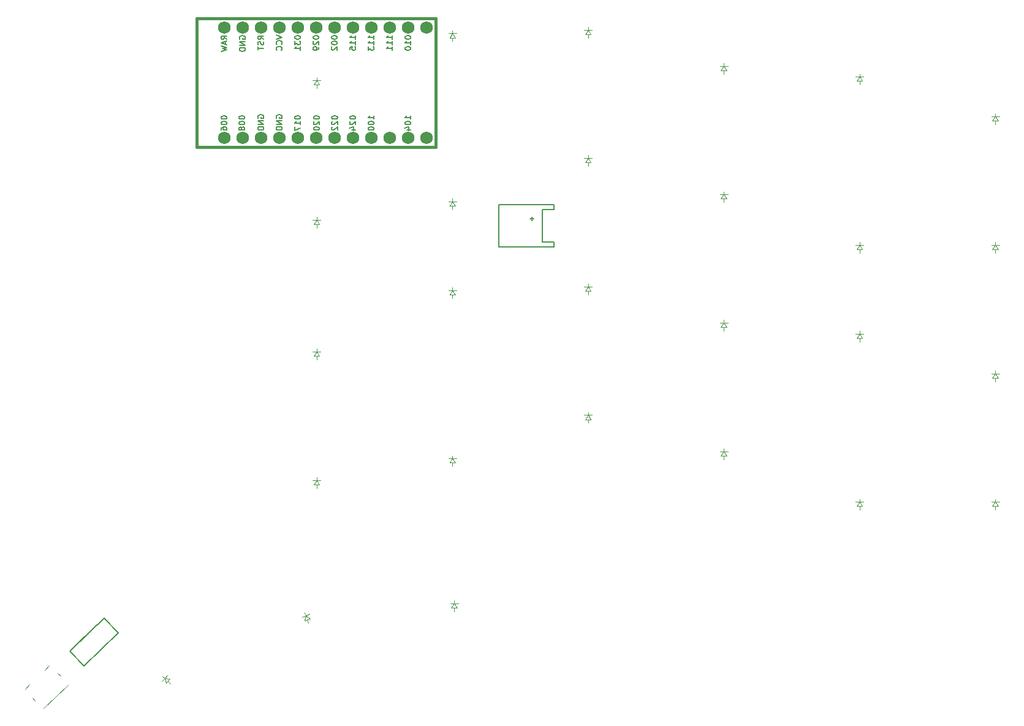
<source format=gbr>
%TF.GenerationSoftware,KiCad,Pcbnew,8.0.7*%
%TF.CreationDate,2024-12-27T12:50:11-06:00*%
%TF.ProjectId,right,72696768-742e-46b6-9963-61645f706362,v1.0.0*%
%TF.SameCoordinates,Original*%
%TF.FileFunction,Legend,Bot*%
%TF.FilePolarity,Positive*%
%FSLAX46Y46*%
G04 Gerber Fmt 4.6, Leading zero omitted, Abs format (unit mm)*
G04 Created by KiCad (PCBNEW 8.0.7) date 2024-12-27 12:50:11*
%MOMM*%
%LPD*%
G01*
G04 APERTURE LIST*
%ADD10C,0.150000*%
%ADD11C,0.100000*%
%ADD12C,0.381000*%
%ADD13C,0.120000*%
%ADD14C,1.752600*%
G04 APERTURE END LIST*
D10*
X309462295Y-100253856D02*
X309462295Y-99796713D01*
X309462295Y-100025285D02*
X308662295Y-100025285D01*
X308662295Y-100025285D02*
X308776580Y-99949094D01*
X308776580Y-99949094D02*
X308852771Y-99872904D01*
X308852771Y-99872904D02*
X308890866Y-99796713D01*
X308662295Y-100749095D02*
X308662295Y-100825285D01*
X308662295Y-100825285D02*
X308700390Y-100901476D01*
X308700390Y-100901476D02*
X308738485Y-100939571D01*
X308738485Y-100939571D02*
X308814676Y-100977666D01*
X308814676Y-100977666D02*
X308967057Y-101015761D01*
X308967057Y-101015761D02*
X309157533Y-101015761D01*
X309157533Y-101015761D02*
X309309914Y-100977666D01*
X309309914Y-100977666D02*
X309386104Y-100939571D01*
X309386104Y-100939571D02*
X309424200Y-100901476D01*
X309424200Y-100901476D02*
X309462295Y-100825285D01*
X309462295Y-100825285D02*
X309462295Y-100749095D01*
X309462295Y-100749095D02*
X309424200Y-100672904D01*
X309424200Y-100672904D02*
X309386104Y-100634809D01*
X309386104Y-100634809D02*
X309309914Y-100596714D01*
X309309914Y-100596714D02*
X309157533Y-100558618D01*
X309157533Y-100558618D02*
X308967057Y-100558618D01*
X308967057Y-100558618D02*
X308814676Y-100596714D01*
X308814676Y-100596714D02*
X308738485Y-100634809D01*
X308738485Y-100634809D02*
X308700390Y-100672904D01*
X308700390Y-100672904D02*
X308662295Y-100749095D01*
X308662295Y-101511000D02*
X308662295Y-101587190D01*
X308662295Y-101587190D02*
X308700390Y-101663381D01*
X308700390Y-101663381D02*
X308738485Y-101701476D01*
X308738485Y-101701476D02*
X308814676Y-101739571D01*
X308814676Y-101739571D02*
X308967057Y-101777666D01*
X308967057Y-101777666D02*
X309157533Y-101777666D01*
X309157533Y-101777666D02*
X309309914Y-101739571D01*
X309309914Y-101739571D02*
X309386104Y-101701476D01*
X309386104Y-101701476D02*
X309424200Y-101663381D01*
X309424200Y-101663381D02*
X309462295Y-101587190D01*
X309462295Y-101587190D02*
X309462295Y-101511000D01*
X309462295Y-101511000D02*
X309424200Y-101434809D01*
X309424200Y-101434809D02*
X309386104Y-101396714D01*
X309386104Y-101396714D02*
X309309914Y-101358619D01*
X309309914Y-101358619D02*
X309157533Y-101320523D01*
X309157533Y-101320523D02*
X308967057Y-101320523D01*
X308967057Y-101320523D02*
X308814676Y-101358619D01*
X308814676Y-101358619D02*
X308738485Y-101396714D01*
X308738485Y-101396714D02*
X308700390Y-101434809D01*
X308700390Y-101434809D02*
X308662295Y-101511000D01*
X314542295Y-100253856D02*
X314542295Y-99796713D01*
X314542295Y-100025285D02*
X313742295Y-100025285D01*
X313742295Y-100025285D02*
X313856580Y-99949094D01*
X313856580Y-99949094D02*
X313932771Y-99872904D01*
X313932771Y-99872904D02*
X313970866Y-99796713D01*
X313742295Y-100749095D02*
X313742295Y-100825285D01*
X313742295Y-100825285D02*
X313780390Y-100901476D01*
X313780390Y-100901476D02*
X313818485Y-100939571D01*
X313818485Y-100939571D02*
X313894676Y-100977666D01*
X313894676Y-100977666D02*
X314047057Y-101015761D01*
X314047057Y-101015761D02*
X314237533Y-101015761D01*
X314237533Y-101015761D02*
X314389914Y-100977666D01*
X314389914Y-100977666D02*
X314466104Y-100939571D01*
X314466104Y-100939571D02*
X314504200Y-100901476D01*
X314504200Y-100901476D02*
X314542295Y-100825285D01*
X314542295Y-100825285D02*
X314542295Y-100749095D01*
X314542295Y-100749095D02*
X314504200Y-100672904D01*
X314504200Y-100672904D02*
X314466104Y-100634809D01*
X314466104Y-100634809D02*
X314389914Y-100596714D01*
X314389914Y-100596714D02*
X314237533Y-100558618D01*
X314237533Y-100558618D02*
X314047057Y-100558618D01*
X314047057Y-100558618D02*
X313894676Y-100596714D01*
X313894676Y-100596714D02*
X313818485Y-100634809D01*
X313818485Y-100634809D02*
X313780390Y-100672904D01*
X313780390Y-100672904D02*
X313742295Y-100749095D01*
X314008961Y-101701476D02*
X314542295Y-101701476D01*
X313704200Y-101511000D02*
X314275628Y-101320523D01*
X314275628Y-101320523D02*
X314275628Y-101815762D01*
X288342295Y-99987190D02*
X288342295Y-100063380D01*
X288342295Y-100063380D02*
X288380390Y-100139571D01*
X288380390Y-100139571D02*
X288418485Y-100177666D01*
X288418485Y-100177666D02*
X288494676Y-100215761D01*
X288494676Y-100215761D02*
X288647057Y-100253856D01*
X288647057Y-100253856D02*
X288837533Y-100253856D01*
X288837533Y-100253856D02*
X288989914Y-100215761D01*
X288989914Y-100215761D02*
X289066104Y-100177666D01*
X289066104Y-100177666D02*
X289104200Y-100139571D01*
X289104200Y-100139571D02*
X289142295Y-100063380D01*
X289142295Y-100063380D02*
X289142295Y-99987190D01*
X289142295Y-99987190D02*
X289104200Y-99910999D01*
X289104200Y-99910999D02*
X289066104Y-99872904D01*
X289066104Y-99872904D02*
X288989914Y-99834809D01*
X288989914Y-99834809D02*
X288837533Y-99796713D01*
X288837533Y-99796713D02*
X288647057Y-99796713D01*
X288647057Y-99796713D02*
X288494676Y-99834809D01*
X288494676Y-99834809D02*
X288418485Y-99872904D01*
X288418485Y-99872904D02*
X288380390Y-99910999D01*
X288380390Y-99910999D02*
X288342295Y-99987190D01*
X288342295Y-100749095D02*
X288342295Y-100825285D01*
X288342295Y-100825285D02*
X288380390Y-100901476D01*
X288380390Y-100901476D02*
X288418485Y-100939571D01*
X288418485Y-100939571D02*
X288494676Y-100977666D01*
X288494676Y-100977666D02*
X288647057Y-101015761D01*
X288647057Y-101015761D02*
X288837533Y-101015761D01*
X288837533Y-101015761D02*
X288989914Y-100977666D01*
X288989914Y-100977666D02*
X289066104Y-100939571D01*
X289066104Y-100939571D02*
X289104200Y-100901476D01*
X289104200Y-100901476D02*
X289142295Y-100825285D01*
X289142295Y-100825285D02*
X289142295Y-100749095D01*
X289142295Y-100749095D02*
X289104200Y-100672904D01*
X289104200Y-100672904D02*
X289066104Y-100634809D01*
X289066104Y-100634809D02*
X288989914Y-100596714D01*
X288989914Y-100596714D02*
X288837533Y-100558618D01*
X288837533Y-100558618D02*
X288647057Y-100558618D01*
X288647057Y-100558618D02*
X288494676Y-100596714D01*
X288494676Y-100596714D02*
X288418485Y-100634809D01*
X288418485Y-100634809D02*
X288380390Y-100672904D01*
X288380390Y-100672904D02*
X288342295Y-100749095D01*
X288342295Y-101701476D02*
X288342295Y-101549095D01*
X288342295Y-101549095D02*
X288380390Y-101472904D01*
X288380390Y-101472904D02*
X288418485Y-101434809D01*
X288418485Y-101434809D02*
X288532771Y-101358619D01*
X288532771Y-101358619D02*
X288685152Y-101320523D01*
X288685152Y-101320523D02*
X288989914Y-101320523D01*
X288989914Y-101320523D02*
X289066104Y-101358619D01*
X289066104Y-101358619D02*
X289104200Y-101396714D01*
X289104200Y-101396714D02*
X289142295Y-101472904D01*
X289142295Y-101472904D02*
X289142295Y-101625285D01*
X289142295Y-101625285D02*
X289104200Y-101701476D01*
X289104200Y-101701476D02*
X289066104Y-101739571D01*
X289066104Y-101739571D02*
X288989914Y-101777666D01*
X288989914Y-101777666D02*
X288799438Y-101777666D01*
X288799438Y-101777666D02*
X288723247Y-101739571D01*
X288723247Y-101739571D02*
X288685152Y-101701476D01*
X288685152Y-101701476D02*
X288647057Y-101625285D01*
X288647057Y-101625285D02*
X288647057Y-101472904D01*
X288647057Y-101472904D02*
X288685152Y-101396714D01*
X288685152Y-101396714D02*
X288723247Y-101358619D01*
X288723247Y-101358619D02*
X288799438Y-101320523D01*
X312002295Y-89179475D02*
X312002295Y-88722332D01*
X312002295Y-88950904D02*
X311202295Y-88950904D01*
X311202295Y-88950904D02*
X311316580Y-88874713D01*
X311316580Y-88874713D02*
X311392771Y-88798523D01*
X311392771Y-88798523D02*
X311430866Y-88722332D01*
X312002295Y-89941380D02*
X312002295Y-89484237D01*
X312002295Y-89712809D02*
X311202295Y-89712809D01*
X311202295Y-89712809D02*
X311316580Y-89636618D01*
X311316580Y-89636618D02*
X311392771Y-89560428D01*
X311392771Y-89560428D02*
X311430866Y-89484237D01*
X312002295Y-90703285D02*
X312002295Y-90246142D01*
X312002295Y-90474714D02*
X311202295Y-90474714D01*
X311202295Y-90474714D02*
X311316580Y-90398523D01*
X311316580Y-90398523D02*
X311392771Y-90322333D01*
X311392771Y-90322333D02*
X311430866Y-90246142D01*
X296000390Y-100101476D02*
X295962295Y-100025286D01*
X295962295Y-100025286D02*
X295962295Y-99911000D01*
X295962295Y-99911000D02*
X296000390Y-99796714D01*
X296000390Y-99796714D02*
X296076580Y-99720524D01*
X296076580Y-99720524D02*
X296152771Y-99682429D01*
X296152771Y-99682429D02*
X296305152Y-99644333D01*
X296305152Y-99644333D02*
X296419438Y-99644333D01*
X296419438Y-99644333D02*
X296571819Y-99682429D01*
X296571819Y-99682429D02*
X296648009Y-99720524D01*
X296648009Y-99720524D02*
X296724200Y-99796714D01*
X296724200Y-99796714D02*
X296762295Y-99911000D01*
X296762295Y-99911000D02*
X296762295Y-99987191D01*
X296762295Y-99987191D02*
X296724200Y-100101476D01*
X296724200Y-100101476D02*
X296686104Y-100139572D01*
X296686104Y-100139572D02*
X296419438Y-100139572D01*
X296419438Y-100139572D02*
X296419438Y-99987191D01*
X296762295Y-100482429D02*
X295962295Y-100482429D01*
X295962295Y-100482429D02*
X296762295Y-100939572D01*
X296762295Y-100939572D02*
X295962295Y-100939572D01*
X296762295Y-101320524D02*
X295962295Y-101320524D01*
X295962295Y-101320524D02*
X295962295Y-101511000D01*
X295962295Y-101511000D02*
X296000390Y-101625286D01*
X296000390Y-101625286D02*
X296076580Y-101701476D01*
X296076580Y-101701476D02*
X296152771Y-101739571D01*
X296152771Y-101739571D02*
X296305152Y-101777667D01*
X296305152Y-101777667D02*
X296419438Y-101777667D01*
X296419438Y-101777667D02*
X296571819Y-101739571D01*
X296571819Y-101739571D02*
X296648009Y-101701476D01*
X296648009Y-101701476D02*
X296724200Y-101625286D01*
X296724200Y-101625286D02*
X296762295Y-101511000D01*
X296762295Y-101511000D02*
X296762295Y-101320524D01*
X290812295Y-99987190D02*
X290812295Y-100063380D01*
X290812295Y-100063380D02*
X290850390Y-100139571D01*
X290850390Y-100139571D02*
X290888485Y-100177666D01*
X290888485Y-100177666D02*
X290964676Y-100215761D01*
X290964676Y-100215761D02*
X291117057Y-100253856D01*
X291117057Y-100253856D02*
X291307533Y-100253856D01*
X291307533Y-100253856D02*
X291459914Y-100215761D01*
X291459914Y-100215761D02*
X291536104Y-100177666D01*
X291536104Y-100177666D02*
X291574200Y-100139571D01*
X291574200Y-100139571D02*
X291612295Y-100063380D01*
X291612295Y-100063380D02*
X291612295Y-99987190D01*
X291612295Y-99987190D02*
X291574200Y-99910999D01*
X291574200Y-99910999D02*
X291536104Y-99872904D01*
X291536104Y-99872904D02*
X291459914Y-99834809D01*
X291459914Y-99834809D02*
X291307533Y-99796713D01*
X291307533Y-99796713D02*
X291117057Y-99796713D01*
X291117057Y-99796713D02*
X290964676Y-99834809D01*
X290964676Y-99834809D02*
X290888485Y-99872904D01*
X290888485Y-99872904D02*
X290850390Y-99910999D01*
X290850390Y-99910999D02*
X290812295Y-99987190D01*
X290812295Y-100749095D02*
X290812295Y-100825285D01*
X290812295Y-100825285D02*
X290850390Y-100901476D01*
X290850390Y-100901476D02*
X290888485Y-100939571D01*
X290888485Y-100939571D02*
X290964676Y-100977666D01*
X290964676Y-100977666D02*
X291117057Y-101015761D01*
X291117057Y-101015761D02*
X291307533Y-101015761D01*
X291307533Y-101015761D02*
X291459914Y-100977666D01*
X291459914Y-100977666D02*
X291536104Y-100939571D01*
X291536104Y-100939571D02*
X291574200Y-100901476D01*
X291574200Y-100901476D02*
X291612295Y-100825285D01*
X291612295Y-100825285D02*
X291612295Y-100749095D01*
X291612295Y-100749095D02*
X291574200Y-100672904D01*
X291574200Y-100672904D02*
X291536104Y-100634809D01*
X291536104Y-100634809D02*
X291459914Y-100596714D01*
X291459914Y-100596714D02*
X291307533Y-100558618D01*
X291307533Y-100558618D02*
X291117057Y-100558618D01*
X291117057Y-100558618D02*
X290964676Y-100596714D01*
X290964676Y-100596714D02*
X290888485Y-100634809D01*
X290888485Y-100634809D02*
X290850390Y-100672904D01*
X290850390Y-100672904D02*
X290812295Y-100749095D01*
X291155152Y-101472904D02*
X291117057Y-101396714D01*
X291117057Y-101396714D02*
X291078961Y-101358619D01*
X291078961Y-101358619D02*
X291002771Y-101320523D01*
X291002771Y-101320523D02*
X290964676Y-101320523D01*
X290964676Y-101320523D02*
X290888485Y-101358619D01*
X290888485Y-101358619D02*
X290850390Y-101396714D01*
X290850390Y-101396714D02*
X290812295Y-101472904D01*
X290812295Y-101472904D02*
X290812295Y-101625285D01*
X290812295Y-101625285D02*
X290850390Y-101701476D01*
X290850390Y-101701476D02*
X290888485Y-101739571D01*
X290888485Y-101739571D02*
X290964676Y-101777666D01*
X290964676Y-101777666D02*
X291002771Y-101777666D01*
X291002771Y-101777666D02*
X291078961Y-101739571D01*
X291078961Y-101739571D02*
X291117057Y-101701476D01*
X291117057Y-101701476D02*
X291155152Y-101625285D01*
X291155152Y-101625285D02*
X291155152Y-101472904D01*
X291155152Y-101472904D02*
X291193247Y-101396714D01*
X291193247Y-101396714D02*
X291231342Y-101358619D01*
X291231342Y-101358619D02*
X291307533Y-101320523D01*
X291307533Y-101320523D02*
X291459914Y-101320523D01*
X291459914Y-101320523D02*
X291536104Y-101358619D01*
X291536104Y-101358619D02*
X291574200Y-101396714D01*
X291574200Y-101396714D02*
X291612295Y-101472904D01*
X291612295Y-101472904D02*
X291612295Y-101625285D01*
X291612295Y-101625285D02*
X291574200Y-101701476D01*
X291574200Y-101701476D02*
X291536104Y-101739571D01*
X291536104Y-101739571D02*
X291459914Y-101777666D01*
X291459914Y-101777666D02*
X291307533Y-101777666D01*
X291307533Y-101777666D02*
X291231342Y-101739571D01*
X291231342Y-101739571D02*
X291193247Y-101701476D01*
X291193247Y-101701476D02*
X291155152Y-101625285D01*
X303582295Y-88912809D02*
X303582295Y-88988999D01*
X303582295Y-88988999D02*
X303620390Y-89065190D01*
X303620390Y-89065190D02*
X303658485Y-89103285D01*
X303658485Y-89103285D02*
X303734676Y-89141380D01*
X303734676Y-89141380D02*
X303887057Y-89179475D01*
X303887057Y-89179475D02*
X304077533Y-89179475D01*
X304077533Y-89179475D02*
X304229914Y-89141380D01*
X304229914Y-89141380D02*
X304306104Y-89103285D01*
X304306104Y-89103285D02*
X304344200Y-89065190D01*
X304344200Y-89065190D02*
X304382295Y-88988999D01*
X304382295Y-88988999D02*
X304382295Y-88912809D01*
X304382295Y-88912809D02*
X304344200Y-88836618D01*
X304344200Y-88836618D02*
X304306104Y-88798523D01*
X304306104Y-88798523D02*
X304229914Y-88760428D01*
X304229914Y-88760428D02*
X304077533Y-88722332D01*
X304077533Y-88722332D02*
X303887057Y-88722332D01*
X303887057Y-88722332D02*
X303734676Y-88760428D01*
X303734676Y-88760428D02*
X303658485Y-88798523D01*
X303658485Y-88798523D02*
X303620390Y-88836618D01*
X303620390Y-88836618D02*
X303582295Y-88912809D01*
X303582295Y-89674714D02*
X303582295Y-89750904D01*
X303582295Y-89750904D02*
X303620390Y-89827095D01*
X303620390Y-89827095D02*
X303658485Y-89865190D01*
X303658485Y-89865190D02*
X303734676Y-89903285D01*
X303734676Y-89903285D02*
X303887057Y-89941380D01*
X303887057Y-89941380D02*
X304077533Y-89941380D01*
X304077533Y-89941380D02*
X304229914Y-89903285D01*
X304229914Y-89903285D02*
X304306104Y-89865190D01*
X304306104Y-89865190D02*
X304344200Y-89827095D01*
X304344200Y-89827095D02*
X304382295Y-89750904D01*
X304382295Y-89750904D02*
X304382295Y-89674714D01*
X304382295Y-89674714D02*
X304344200Y-89598523D01*
X304344200Y-89598523D02*
X304306104Y-89560428D01*
X304306104Y-89560428D02*
X304229914Y-89522333D01*
X304229914Y-89522333D02*
X304077533Y-89484237D01*
X304077533Y-89484237D02*
X303887057Y-89484237D01*
X303887057Y-89484237D02*
X303734676Y-89522333D01*
X303734676Y-89522333D02*
X303658485Y-89560428D01*
X303658485Y-89560428D02*
X303620390Y-89598523D01*
X303620390Y-89598523D02*
X303582295Y-89674714D01*
X303658485Y-90246142D02*
X303620390Y-90284238D01*
X303620390Y-90284238D02*
X303582295Y-90360428D01*
X303582295Y-90360428D02*
X303582295Y-90550904D01*
X303582295Y-90550904D02*
X303620390Y-90627095D01*
X303620390Y-90627095D02*
X303658485Y-90665190D01*
X303658485Y-90665190D02*
X303734676Y-90703285D01*
X303734676Y-90703285D02*
X303810866Y-90703285D01*
X303810866Y-90703285D02*
X303925152Y-90665190D01*
X303925152Y-90665190D02*
X304382295Y-90208047D01*
X304382295Y-90208047D02*
X304382295Y-90703285D01*
X289142295Y-89223904D02*
X288761342Y-88957237D01*
X289142295Y-88766761D02*
X288342295Y-88766761D01*
X288342295Y-88766761D02*
X288342295Y-89071523D01*
X288342295Y-89071523D02*
X288380390Y-89147713D01*
X288380390Y-89147713D02*
X288418485Y-89185808D01*
X288418485Y-89185808D02*
X288494676Y-89223904D01*
X288494676Y-89223904D02*
X288608961Y-89223904D01*
X288608961Y-89223904D02*
X288685152Y-89185808D01*
X288685152Y-89185808D02*
X288723247Y-89147713D01*
X288723247Y-89147713D02*
X288761342Y-89071523D01*
X288761342Y-89071523D02*
X288761342Y-88766761D01*
X288913723Y-89528665D02*
X288913723Y-89909618D01*
X289142295Y-89452475D02*
X288342295Y-89719142D01*
X288342295Y-89719142D02*
X289142295Y-89985808D01*
X288342295Y-90176284D02*
X289142295Y-90366760D01*
X289142295Y-90366760D02*
X288570866Y-90519141D01*
X288570866Y-90519141D02*
X289142295Y-90671522D01*
X289142295Y-90671522D02*
X288342295Y-90861999D01*
X294222295Y-89223905D02*
X293841342Y-88957238D01*
X294222295Y-88766762D02*
X293422295Y-88766762D01*
X293422295Y-88766762D02*
X293422295Y-89071524D01*
X293422295Y-89071524D02*
X293460390Y-89147714D01*
X293460390Y-89147714D02*
X293498485Y-89185809D01*
X293498485Y-89185809D02*
X293574676Y-89223905D01*
X293574676Y-89223905D02*
X293688961Y-89223905D01*
X293688961Y-89223905D02*
X293765152Y-89185809D01*
X293765152Y-89185809D02*
X293803247Y-89147714D01*
X293803247Y-89147714D02*
X293841342Y-89071524D01*
X293841342Y-89071524D02*
X293841342Y-88766762D01*
X294184200Y-89528666D02*
X294222295Y-89642952D01*
X294222295Y-89642952D02*
X294222295Y-89833428D01*
X294222295Y-89833428D02*
X294184200Y-89909619D01*
X294184200Y-89909619D02*
X294146104Y-89947714D01*
X294146104Y-89947714D02*
X294069914Y-89985809D01*
X294069914Y-89985809D02*
X293993723Y-89985809D01*
X293993723Y-89985809D02*
X293917533Y-89947714D01*
X293917533Y-89947714D02*
X293879438Y-89909619D01*
X293879438Y-89909619D02*
X293841342Y-89833428D01*
X293841342Y-89833428D02*
X293803247Y-89681047D01*
X293803247Y-89681047D02*
X293765152Y-89604857D01*
X293765152Y-89604857D02*
X293727057Y-89566762D01*
X293727057Y-89566762D02*
X293650866Y-89528666D01*
X293650866Y-89528666D02*
X293574676Y-89528666D01*
X293574676Y-89528666D02*
X293498485Y-89566762D01*
X293498485Y-89566762D02*
X293460390Y-89604857D01*
X293460390Y-89604857D02*
X293422295Y-89681047D01*
X293422295Y-89681047D02*
X293422295Y-89871524D01*
X293422295Y-89871524D02*
X293460390Y-89985809D01*
X293422295Y-90214381D02*
X293422295Y-90671524D01*
X294222295Y-90442952D02*
X293422295Y-90442952D01*
X309462295Y-89179475D02*
X309462295Y-88722332D01*
X309462295Y-88950904D02*
X308662295Y-88950904D01*
X308662295Y-88950904D02*
X308776580Y-88874713D01*
X308776580Y-88874713D02*
X308852771Y-88798523D01*
X308852771Y-88798523D02*
X308890866Y-88722332D01*
X309462295Y-89941380D02*
X309462295Y-89484237D01*
X309462295Y-89712809D02*
X308662295Y-89712809D01*
X308662295Y-89712809D02*
X308776580Y-89636618D01*
X308776580Y-89636618D02*
X308852771Y-89560428D01*
X308852771Y-89560428D02*
X308890866Y-89484237D01*
X308662295Y-90208047D02*
X308662295Y-90703285D01*
X308662295Y-90703285D02*
X308967057Y-90436619D01*
X308967057Y-90436619D02*
X308967057Y-90550904D01*
X308967057Y-90550904D02*
X309005152Y-90627095D01*
X309005152Y-90627095D02*
X309043247Y-90665190D01*
X309043247Y-90665190D02*
X309119438Y-90703285D01*
X309119438Y-90703285D02*
X309309914Y-90703285D01*
X309309914Y-90703285D02*
X309386104Y-90665190D01*
X309386104Y-90665190D02*
X309424200Y-90627095D01*
X309424200Y-90627095D02*
X309462295Y-90550904D01*
X309462295Y-90550904D02*
X309462295Y-90322333D01*
X309462295Y-90322333D02*
X309424200Y-90246142D01*
X309424200Y-90246142D02*
X309386104Y-90208047D01*
X298502295Y-88912809D02*
X298502295Y-88988999D01*
X298502295Y-88988999D02*
X298540390Y-89065190D01*
X298540390Y-89065190D02*
X298578485Y-89103285D01*
X298578485Y-89103285D02*
X298654676Y-89141380D01*
X298654676Y-89141380D02*
X298807057Y-89179475D01*
X298807057Y-89179475D02*
X298997533Y-89179475D01*
X298997533Y-89179475D02*
X299149914Y-89141380D01*
X299149914Y-89141380D02*
X299226104Y-89103285D01*
X299226104Y-89103285D02*
X299264200Y-89065190D01*
X299264200Y-89065190D02*
X299302295Y-88988999D01*
X299302295Y-88988999D02*
X299302295Y-88912809D01*
X299302295Y-88912809D02*
X299264200Y-88836618D01*
X299264200Y-88836618D02*
X299226104Y-88798523D01*
X299226104Y-88798523D02*
X299149914Y-88760428D01*
X299149914Y-88760428D02*
X298997533Y-88722332D01*
X298997533Y-88722332D02*
X298807057Y-88722332D01*
X298807057Y-88722332D02*
X298654676Y-88760428D01*
X298654676Y-88760428D02*
X298578485Y-88798523D01*
X298578485Y-88798523D02*
X298540390Y-88836618D01*
X298540390Y-88836618D02*
X298502295Y-88912809D01*
X298502295Y-89446142D02*
X298502295Y-89941380D01*
X298502295Y-89941380D02*
X298807057Y-89674714D01*
X298807057Y-89674714D02*
X298807057Y-89788999D01*
X298807057Y-89788999D02*
X298845152Y-89865190D01*
X298845152Y-89865190D02*
X298883247Y-89903285D01*
X298883247Y-89903285D02*
X298959438Y-89941380D01*
X298959438Y-89941380D02*
X299149914Y-89941380D01*
X299149914Y-89941380D02*
X299226104Y-89903285D01*
X299226104Y-89903285D02*
X299264200Y-89865190D01*
X299264200Y-89865190D02*
X299302295Y-89788999D01*
X299302295Y-89788999D02*
X299302295Y-89560428D01*
X299302295Y-89560428D02*
X299264200Y-89484237D01*
X299264200Y-89484237D02*
X299226104Y-89446142D01*
X299302295Y-90703285D02*
X299302295Y-90246142D01*
X299302295Y-90474714D02*
X298502295Y-90474714D01*
X298502295Y-90474714D02*
X298616580Y-90398523D01*
X298616580Y-90398523D02*
X298692771Y-90322333D01*
X298692771Y-90322333D02*
X298730866Y-90246142D01*
X301112295Y-99987190D02*
X301112295Y-100063380D01*
X301112295Y-100063380D02*
X301150390Y-100139571D01*
X301150390Y-100139571D02*
X301188485Y-100177666D01*
X301188485Y-100177666D02*
X301264676Y-100215761D01*
X301264676Y-100215761D02*
X301417057Y-100253856D01*
X301417057Y-100253856D02*
X301607533Y-100253856D01*
X301607533Y-100253856D02*
X301759914Y-100215761D01*
X301759914Y-100215761D02*
X301836104Y-100177666D01*
X301836104Y-100177666D02*
X301874200Y-100139571D01*
X301874200Y-100139571D02*
X301912295Y-100063380D01*
X301912295Y-100063380D02*
X301912295Y-99987190D01*
X301912295Y-99987190D02*
X301874200Y-99910999D01*
X301874200Y-99910999D02*
X301836104Y-99872904D01*
X301836104Y-99872904D02*
X301759914Y-99834809D01*
X301759914Y-99834809D02*
X301607533Y-99796713D01*
X301607533Y-99796713D02*
X301417057Y-99796713D01*
X301417057Y-99796713D02*
X301264676Y-99834809D01*
X301264676Y-99834809D02*
X301188485Y-99872904D01*
X301188485Y-99872904D02*
X301150390Y-99910999D01*
X301150390Y-99910999D02*
X301112295Y-99987190D01*
X301188485Y-100558618D02*
X301150390Y-100596714D01*
X301150390Y-100596714D02*
X301112295Y-100672904D01*
X301112295Y-100672904D02*
X301112295Y-100863380D01*
X301112295Y-100863380D02*
X301150390Y-100939571D01*
X301150390Y-100939571D02*
X301188485Y-100977666D01*
X301188485Y-100977666D02*
X301264676Y-101015761D01*
X301264676Y-101015761D02*
X301340866Y-101015761D01*
X301340866Y-101015761D02*
X301455152Y-100977666D01*
X301455152Y-100977666D02*
X301912295Y-100520523D01*
X301912295Y-100520523D02*
X301912295Y-101015761D01*
X301112295Y-101511000D02*
X301112295Y-101587190D01*
X301112295Y-101587190D02*
X301150390Y-101663381D01*
X301150390Y-101663381D02*
X301188485Y-101701476D01*
X301188485Y-101701476D02*
X301264676Y-101739571D01*
X301264676Y-101739571D02*
X301417057Y-101777666D01*
X301417057Y-101777666D02*
X301607533Y-101777666D01*
X301607533Y-101777666D02*
X301759914Y-101739571D01*
X301759914Y-101739571D02*
X301836104Y-101701476D01*
X301836104Y-101701476D02*
X301874200Y-101663381D01*
X301874200Y-101663381D02*
X301912295Y-101587190D01*
X301912295Y-101587190D02*
X301912295Y-101511000D01*
X301912295Y-101511000D02*
X301874200Y-101434809D01*
X301874200Y-101434809D02*
X301836104Y-101396714D01*
X301836104Y-101396714D02*
X301759914Y-101358619D01*
X301759914Y-101358619D02*
X301607533Y-101320523D01*
X301607533Y-101320523D02*
X301417057Y-101320523D01*
X301417057Y-101320523D02*
X301264676Y-101358619D01*
X301264676Y-101358619D02*
X301188485Y-101396714D01*
X301188485Y-101396714D02*
X301150390Y-101434809D01*
X301150390Y-101434809D02*
X301112295Y-101511000D01*
X301042295Y-88912809D02*
X301042295Y-88988999D01*
X301042295Y-88988999D02*
X301080390Y-89065190D01*
X301080390Y-89065190D02*
X301118485Y-89103285D01*
X301118485Y-89103285D02*
X301194676Y-89141380D01*
X301194676Y-89141380D02*
X301347057Y-89179475D01*
X301347057Y-89179475D02*
X301537533Y-89179475D01*
X301537533Y-89179475D02*
X301689914Y-89141380D01*
X301689914Y-89141380D02*
X301766104Y-89103285D01*
X301766104Y-89103285D02*
X301804200Y-89065190D01*
X301804200Y-89065190D02*
X301842295Y-88988999D01*
X301842295Y-88988999D02*
X301842295Y-88912809D01*
X301842295Y-88912809D02*
X301804200Y-88836618D01*
X301804200Y-88836618D02*
X301766104Y-88798523D01*
X301766104Y-88798523D02*
X301689914Y-88760428D01*
X301689914Y-88760428D02*
X301537533Y-88722332D01*
X301537533Y-88722332D02*
X301347057Y-88722332D01*
X301347057Y-88722332D02*
X301194676Y-88760428D01*
X301194676Y-88760428D02*
X301118485Y-88798523D01*
X301118485Y-88798523D02*
X301080390Y-88836618D01*
X301080390Y-88836618D02*
X301042295Y-88912809D01*
X301118485Y-89484237D02*
X301080390Y-89522333D01*
X301080390Y-89522333D02*
X301042295Y-89598523D01*
X301042295Y-89598523D02*
X301042295Y-89788999D01*
X301042295Y-89788999D02*
X301080390Y-89865190D01*
X301080390Y-89865190D02*
X301118485Y-89903285D01*
X301118485Y-89903285D02*
X301194676Y-89941380D01*
X301194676Y-89941380D02*
X301270866Y-89941380D01*
X301270866Y-89941380D02*
X301385152Y-89903285D01*
X301385152Y-89903285D02*
X301842295Y-89446142D01*
X301842295Y-89446142D02*
X301842295Y-89941380D01*
X301842295Y-90322333D02*
X301842295Y-90474714D01*
X301842295Y-90474714D02*
X301804200Y-90550904D01*
X301804200Y-90550904D02*
X301766104Y-90589000D01*
X301766104Y-90589000D02*
X301651819Y-90665190D01*
X301651819Y-90665190D02*
X301499438Y-90703285D01*
X301499438Y-90703285D02*
X301194676Y-90703285D01*
X301194676Y-90703285D02*
X301118485Y-90665190D01*
X301118485Y-90665190D02*
X301080390Y-90627095D01*
X301080390Y-90627095D02*
X301042295Y-90550904D01*
X301042295Y-90550904D02*
X301042295Y-90398523D01*
X301042295Y-90398523D02*
X301080390Y-90322333D01*
X301080390Y-90322333D02*
X301118485Y-90284238D01*
X301118485Y-90284238D02*
X301194676Y-90246142D01*
X301194676Y-90246142D02*
X301385152Y-90246142D01*
X301385152Y-90246142D02*
X301461342Y-90284238D01*
X301461342Y-90284238D02*
X301499438Y-90322333D01*
X301499438Y-90322333D02*
X301537533Y-90398523D01*
X301537533Y-90398523D02*
X301537533Y-90550904D01*
X301537533Y-90550904D02*
X301499438Y-90627095D01*
X301499438Y-90627095D02*
X301461342Y-90665190D01*
X301461342Y-90665190D02*
X301385152Y-90703285D01*
X303612295Y-99987190D02*
X303612295Y-100063380D01*
X303612295Y-100063380D02*
X303650390Y-100139571D01*
X303650390Y-100139571D02*
X303688485Y-100177666D01*
X303688485Y-100177666D02*
X303764676Y-100215761D01*
X303764676Y-100215761D02*
X303917057Y-100253856D01*
X303917057Y-100253856D02*
X304107533Y-100253856D01*
X304107533Y-100253856D02*
X304259914Y-100215761D01*
X304259914Y-100215761D02*
X304336104Y-100177666D01*
X304336104Y-100177666D02*
X304374200Y-100139571D01*
X304374200Y-100139571D02*
X304412295Y-100063380D01*
X304412295Y-100063380D02*
X304412295Y-99987190D01*
X304412295Y-99987190D02*
X304374200Y-99910999D01*
X304374200Y-99910999D02*
X304336104Y-99872904D01*
X304336104Y-99872904D02*
X304259914Y-99834809D01*
X304259914Y-99834809D02*
X304107533Y-99796713D01*
X304107533Y-99796713D02*
X303917057Y-99796713D01*
X303917057Y-99796713D02*
X303764676Y-99834809D01*
X303764676Y-99834809D02*
X303688485Y-99872904D01*
X303688485Y-99872904D02*
X303650390Y-99910999D01*
X303650390Y-99910999D02*
X303612295Y-99987190D01*
X303688485Y-100558618D02*
X303650390Y-100596714D01*
X303650390Y-100596714D02*
X303612295Y-100672904D01*
X303612295Y-100672904D02*
X303612295Y-100863380D01*
X303612295Y-100863380D02*
X303650390Y-100939571D01*
X303650390Y-100939571D02*
X303688485Y-100977666D01*
X303688485Y-100977666D02*
X303764676Y-101015761D01*
X303764676Y-101015761D02*
X303840866Y-101015761D01*
X303840866Y-101015761D02*
X303955152Y-100977666D01*
X303955152Y-100977666D02*
X304412295Y-100520523D01*
X304412295Y-100520523D02*
X304412295Y-101015761D01*
X303688485Y-101320523D02*
X303650390Y-101358619D01*
X303650390Y-101358619D02*
X303612295Y-101434809D01*
X303612295Y-101434809D02*
X303612295Y-101625285D01*
X303612295Y-101625285D02*
X303650390Y-101701476D01*
X303650390Y-101701476D02*
X303688485Y-101739571D01*
X303688485Y-101739571D02*
X303764676Y-101777666D01*
X303764676Y-101777666D02*
X303840866Y-101777666D01*
X303840866Y-101777666D02*
X303955152Y-101739571D01*
X303955152Y-101739571D02*
X304412295Y-101282428D01*
X304412295Y-101282428D02*
X304412295Y-101777666D01*
X313742295Y-88912809D02*
X313742295Y-88988999D01*
X313742295Y-88988999D02*
X313780390Y-89065190D01*
X313780390Y-89065190D02*
X313818485Y-89103285D01*
X313818485Y-89103285D02*
X313894676Y-89141380D01*
X313894676Y-89141380D02*
X314047057Y-89179475D01*
X314047057Y-89179475D02*
X314237533Y-89179475D01*
X314237533Y-89179475D02*
X314389914Y-89141380D01*
X314389914Y-89141380D02*
X314466104Y-89103285D01*
X314466104Y-89103285D02*
X314504200Y-89065190D01*
X314504200Y-89065190D02*
X314542295Y-88988999D01*
X314542295Y-88988999D02*
X314542295Y-88912809D01*
X314542295Y-88912809D02*
X314504200Y-88836618D01*
X314504200Y-88836618D02*
X314466104Y-88798523D01*
X314466104Y-88798523D02*
X314389914Y-88760428D01*
X314389914Y-88760428D02*
X314237533Y-88722332D01*
X314237533Y-88722332D02*
X314047057Y-88722332D01*
X314047057Y-88722332D02*
X313894676Y-88760428D01*
X313894676Y-88760428D02*
X313818485Y-88798523D01*
X313818485Y-88798523D02*
X313780390Y-88836618D01*
X313780390Y-88836618D02*
X313742295Y-88912809D01*
X314542295Y-89941380D02*
X314542295Y-89484237D01*
X314542295Y-89712809D02*
X313742295Y-89712809D01*
X313742295Y-89712809D02*
X313856580Y-89636618D01*
X313856580Y-89636618D02*
X313932771Y-89560428D01*
X313932771Y-89560428D02*
X313970866Y-89484237D01*
X313742295Y-90436619D02*
X313742295Y-90512809D01*
X313742295Y-90512809D02*
X313780390Y-90589000D01*
X313780390Y-90589000D02*
X313818485Y-90627095D01*
X313818485Y-90627095D02*
X313894676Y-90665190D01*
X313894676Y-90665190D02*
X314047057Y-90703285D01*
X314047057Y-90703285D02*
X314237533Y-90703285D01*
X314237533Y-90703285D02*
X314389914Y-90665190D01*
X314389914Y-90665190D02*
X314466104Y-90627095D01*
X314466104Y-90627095D02*
X314504200Y-90589000D01*
X314504200Y-90589000D02*
X314542295Y-90512809D01*
X314542295Y-90512809D02*
X314542295Y-90436619D01*
X314542295Y-90436619D02*
X314504200Y-90360428D01*
X314504200Y-90360428D02*
X314466104Y-90322333D01*
X314466104Y-90322333D02*
X314389914Y-90284238D01*
X314389914Y-90284238D02*
X314237533Y-90246142D01*
X314237533Y-90246142D02*
X314047057Y-90246142D01*
X314047057Y-90246142D02*
X313894676Y-90284238D01*
X313894676Y-90284238D02*
X313818485Y-90322333D01*
X313818485Y-90322333D02*
X313780390Y-90360428D01*
X313780390Y-90360428D02*
X313742295Y-90436619D01*
X306122295Y-99987190D02*
X306122295Y-100063380D01*
X306122295Y-100063380D02*
X306160390Y-100139571D01*
X306160390Y-100139571D02*
X306198485Y-100177666D01*
X306198485Y-100177666D02*
X306274676Y-100215761D01*
X306274676Y-100215761D02*
X306427057Y-100253856D01*
X306427057Y-100253856D02*
X306617533Y-100253856D01*
X306617533Y-100253856D02*
X306769914Y-100215761D01*
X306769914Y-100215761D02*
X306846104Y-100177666D01*
X306846104Y-100177666D02*
X306884200Y-100139571D01*
X306884200Y-100139571D02*
X306922295Y-100063380D01*
X306922295Y-100063380D02*
X306922295Y-99987190D01*
X306922295Y-99987190D02*
X306884200Y-99910999D01*
X306884200Y-99910999D02*
X306846104Y-99872904D01*
X306846104Y-99872904D02*
X306769914Y-99834809D01*
X306769914Y-99834809D02*
X306617533Y-99796713D01*
X306617533Y-99796713D02*
X306427057Y-99796713D01*
X306427057Y-99796713D02*
X306274676Y-99834809D01*
X306274676Y-99834809D02*
X306198485Y-99872904D01*
X306198485Y-99872904D02*
X306160390Y-99910999D01*
X306160390Y-99910999D02*
X306122295Y-99987190D01*
X306198485Y-100558618D02*
X306160390Y-100596714D01*
X306160390Y-100596714D02*
X306122295Y-100672904D01*
X306122295Y-100672904D02*
X306122295Y-100863380D01*
X306122295Y-100863380D02*
X306160390Y-100939571D01*
X306160390Y-100939571D02*
X306198485Y-100977666D01*
X306198485Y-100977666D02*
X306274676Y-101015761D01*
X306274676Y-101015761D02*
X306350866Y-101015761D01*
X306350866Y-101015761D02*
X306465152Y-100977666D01*
X306465152Y-100977666D02*
X306922295Y-100520523D01*
X306922295Y-100520523D02*
X306922295Y-101015761D01*
X306388961Y-101701476D02*
X306922295Y-101701476D01*
X306084200Y-101511000D02*
X306655628Y-101320523D01*
X306655628Y-101320523D02*
X306655628Y-101815762D01*
X298512295Y-99987190D02*
X298512295Y-100063380D01*
X298512295Y-100063380D02*
X298550390Y-100139571D01*
X298550390Y-100139571D02*
X298588485Y-100177666D01*
X298588485Y-100177666D02*
X298664676Y-100215761D01*
X298664676Y-100215761D02*
X298817057Y-100253856D01*
X298817057Y-100253856D02*
X299007533Y-100253856D01*
X299007533Y-100253856D02*
X299159914Y-100215761D01*
X299159914Y-100215761D02*
X299236104Y-100177666D01*
X299236104Y-100177666D02*
X299274200Y-100139571D01*
X299274200Y-100139571D02*
X299312295Y-100063380D01*
X299312295Y-100063380D02*
X299312295Y-99987190D01*
X299312295Y-99987190D02*
X299274200Y-99910999D01*
X299274200Y-99910999D02*
X299236104Y-99872904D01*
X299236104Y-99872904D02*
X299159914Y-99834809D01*
X299159914Y-99834809D02*
X299007533Y-99796713D01*
X299007533Y-99796713D02*
X298817057Y-99796713D01*
X298817057Y-99796713D02*
X298664676Y-99834809D01*
X298664676Y-99834809D02*
X298588485Y-99872904D01*
X298588485Y-99872904D02*
X298550390Y-99910999D01*
X298550390Y-99910999D02*
X298512295Y-99987190D01*
X299312295Y-101015761D02*
X299312295Y-100558618D01*
X299312295Y-100787190D02*
X298512295Y-100787190D01*
X298512295Y-100787190D02*
X298626580Y-100710999D01*
X298626580Y-100710999D02*
X298702771Y-100634809D01*
X298702771Y-100634809D02*
X298740866Y-100558618D01*
X298512295Y-101282428D02*
X298512295Y-101815762D01*
X298512295Y-101815762D02*
X299312295Y-101472904D01*
X293460390Y-100101476D02*
X293422295Y-100025286D01*
X293422295Y-100025286D02*
X293422295Y-99911000D01*
X293422295Y-99911000D02*
X293460390Y-99796714D01*
X293460390Y-99796714D02*
X293536580Y-99720524D01*
X293536580Y-99720524D02*
X293612771Y-99682429D01*
X293612771Y-99682429D02*
X293765152Y-99644333D01*
X293765152Y-99644333D02*
X293879438Y-99644333D01*
X293879438Y-99644333D02*
X294031819Y-99682429D01*
X294031819Y-99682429D02*
X294108009Y-99720524D01*
X294108009Y-99720524D02*
X294184200Y-99796714D01*
X294184200Y-99796714D02*
X294222295Y-99911000D01*
X294222295Y-99911000D02*
X294222295Y-99987191D01*
X294222295Y-99987191D02*
X294184200Y-100101476D01*
X294184200Y-100101476D02*
X294146104Y-100139572D01*
X294146104Y-100139572D02*
X293879438Y-100139572D01*
X293879438Y-100139572D02*
X293879438Y-99987191D01*
X294222295Y-100482429D02*
X293422295Y-100482429D01*
X293422295Y-100482429D02*
X294222295Y-100939572D01*
X294222295Y-100939572D02*
X293422295Y-100939572D01*
X294222295Y-101320524D02*
X293422295Y-101320524D01*
X293422295Y-101320524D02*
X293422295Y-101511000D01*
X293422295Y-101511000D02*
X293460390Y-101625286D01*
X293460390Y-101625286D02*
X293536580Y-101701476D01*
X293536580Y-101701476D02*
X293612771Y-101739571D01*
X293612771Y-101739571D02*
X293765152Y-101777667D01*
X293765152Y-101777667D02*
X293879438Y-101777667D01*
X293879438Y-101777667D02*
X294031819Y-101739571D01*
X294031819Y-101739571D02*
X294108009Y-101701476D01*
X294108009Y-101701476D02*
X294184200Y-101625286D01*
X294184200Y-101625286D02*
X294222295Y-101511000D01*
X294222295Y-101511000D02*
X294222295Y-101320524D01*
X295962295Y-88646142D02*
X296762295Y-88912809D01*
X296762295Y-88912809D02*
X295962295Y-89179475D01*
X296686104Y-89903285D02*
X296724200Y-89865189D01*
X296724200Y-89865189D02*
X296762295Y-89750904D01*
X296762295Y-89750904D02*
X296762295Y-89674713D01*
X296762295Y-89674713D02*
X296724200Y-89560427D01*
X296724200Y-89560427D02*
X296648009Y-89484237D01*
X296648009Y-89484237D02*
X296571819Y-89446142D01*
X296571819Y-89446142D02*
X296419438Y-89408046D01*
X296419438Y-89408046D02*
X296305152Y-89408046D01*
X296305152Y-89408046D02*
X296152771Y-89446142D01*
X296152771Y-89446142D02*
X296076580Y-89484237D01*
X296076580Y-89484237D02*
X296000390Y-89560427D01*
X296000390Y-89560427D02*
X295962295Y-89674713D01*
X295962295Y-89674713D02*
X295962295Y-89750904D01*
X295962295Y-89750904D02*
X296000390Y-89865189D01*
X296000390Y-89865189D02*
X296038485Y-89903285D01*
X296686104Y-90703285D02*
X296724200Y-90665189D01*
X296724200Y-90665189D02*
X296762295Y-90550904D01*
X296762295Y-90550904D02*
X296762295Y-90474713D01*
X296762295Y-90474713D02*
X296724200Y-90360427D01*
X296724200Y-90360427D02*
X296648009Y-90284237D01*
X296648009Y-90284237D02*
X296571819Y-90246142D01*
X296571819Y-90246142D02*
X296419438Y-90208046D01*
X296419438Y-90208046D02*
X296305152Y-90208046D01*
X296305152Y-90208046D02*
X296152771Y-90246142D01*
X296152771Y-90246142D02*
X296076580Y-90284237D01*
X296076580Y-90284237D02*
X296000390Y-90360427D01*
X296000390Y-90360427D02*
X295962295Y-90474713D01*
X295962295Y-90474713D02*
X295962295Y-90550904D01*
X295962295Y-90550904D02*
X296000390Y-90665189D01*
X296000390Y-90665189D02*
X296038485Y-90703285D01*
X306922295Y-89179475D02*
X306922295Y-88722332D01*
X306922295Y-88950904D02*
X306122295Y-88950904D01*
X306122295Y-88950904D02*
X306236580Y-88874713D01*
X306236580Y-88874713D02*
X306312771Y-88798523D01*
X306312771Y-88798523D02*
X306350866Y-88722332D01*
X306922295Y-89941380D02*
X306922295Y-89484237D01*
X306922295Y-89712809D02*
X306122295Y-89712809D01*
X306122295Y-89712809D02*
X306236580Y-89636618D01*
X306236580Y-89636618D02*
X306312771Y-89560428D01*
X306312771Y-89560428D02*
X306350866Y-89484237D01*
X306122295Y-90665190D02*
X306122295Y-90284238D01*
X306122295Y-90284238D02*
X306503247Y-90246142D01*
X306503247Y-90246142D02*
X306465152Y-90284238D01*
X306465152Y-90284238D02*
X306427057Y-90360428D01*
X306427057Y-90360428D02*
X306427057Y-90550904D01*
X306427057Y-90550904D02*
X306465152Y-90627095D01*
X306465152Y-90627095D02*
X306503247Y-90665190D01*
X306503247Y-90665190D02*
X306579438Y-90703285D01*
X306579438Y-90703285D02*
X306769914Y-90703285D01*
X306769914Y-90703285D02*
X306846104Y-90665190D01*
X306846104Y-90665190D02*
X306884200Y-90627095D01*
X306884200Y-90627095D02*
X306922295Y-90550904D01*
X306922295Y-90550904D02*
X306922295Y-90360428D01*
X306922295Y-90360428D02*
X306884200Y-90284238D01*
X306884200Y-90284238D02*
X306846104Y-90246142D01*
X290920390Y-89185809D02*
X290882295Y-89109619D01*
X290882295Y-89109619D02*
X290882295Y-88995333D01*
X290882295Y-88995333D02*
X290920390Y-88881047D01*
X290920390Y-88881047D02*
X290996580Y-88804857D01*
X290996580Y-88804857D02*
X291072771Y-88766762D01*
X291072771Y-88766762D02*
X291225152Y-88728666D01*
X291225152Y-88728666D02*
X291339438Y-88728666D01*
X291339438Y-88728666D02*
X291491819Y-88766762D01*
X291491819Y-88766762D02*
X291568009Y-88804857D01*
X291568009Y-88804857D02*
X291644200Y-88881047D01*
X291644200Y-88881047D02*
X291682295Y-88995333D01*
X291682295Y-88995333D02*
X291682295Y-89071524D01*
X291682295Y-89071524D02*
X291644200Y-89185809D01*
X291644200Y-89185809D02*
X291606104Y-89223905D01*
X291606104Y-89223905D02*
X291339438Y-89223905D01*
X291339438Y-89223905D02*
X291339438Y-89071524D01*
X291682295Y-89566762D02*
X290882295Y-89566762D01*
X290882295Y-89566762D02*
X291682295Y-90023905D01*
X291682295Y-90023905D02*
X290882295Y-90023905D01*
X291682295Y-90404857D02*
X290882295Y-90404857D01*
X290882295Y-90404857D02*
X290882295Y-90595333D01*
X290882295Y-90595333D02*
X290920390Y-90709619D01*
X290920390Y-90709619D02*
X290996580Y-90785809D01*
X290996580Y-90785809D02*
X291072771Y-90823904D01*
X291072771Y-90823904D02*
X291225152Y-90862000D01*
X291225152Y-90862000D02*
X291339438Y-90862000D01*
X291339438Y-90862000D02*
X291491819Y-90823904D01*
X291491819Y-90823904D02*
X291568009Y-90785809D01*
X291568009Y-90785809D02*
X291644200Y-90709619D01*
X291644200Y-90709619D02*
X291682295Y-90595333D01*
X291682295Y-90595333D02*
X291682295Y-90404857D01*
%TO.C,T1*%
X267431868Y-173807184D02*
X269411644Y-175857302D01*
X269411644Y-175857302D02*
X274159287Y-171272557D01*
X269805689Y-171514811D02*
X267431868Y-173807184D01*
X269805689Y-171514811D02*
X272179511Y-169222439D01*
X271208402Y-170160227D02*
X268402977Y-172869395D01*
X274159287Y-171272557D02*
X272179511Y-169222439D01*
D11*
%TO.C,D6*%
X376150000Y-118250000D02*
X376550000Y-117650000D01*
X376550000Y-117250000D02*
X376550000Y-117650000D01*
X376550000Y-117650000D02*
X376000000Y-117650000D01*
X376550000Y-117650000D02*
X376950000Y-118250000D01*
X376550000Y-117650000D02*
X377100000Y-117650000D01*
X376550000Y-118250000D02*
X376550000Y-118750000D01*
X376950000Y-118250000D02*
X376150000Y-118250000D01*
%TO.C,D21*%
X376150000Y-130500000D02*
X376550000Y-129900000D01*
X376550000Y-129500000D02*
X376550000Y-129900000D01*
X376550000Y-129900000D02*
X376000000Y-129900000D01*
X376550000Y-129900000D02*
X376950000Y-130500000D01*
X376550000Y-129900000D02*
X377100000Y-129900000D01*
X376550000Y-130500000D02*
X376550000Y-131000000D01*
X376950000Y-130500000D02*
X376150000Y-130500000D01*
%TO.C,D1*%
X394900000Y-153750000D02*
X395300000Y-153150000D01*
X395300000Y-152750000D02*
X395300000Y-153150000D01*
X395300000Y-153150000D02*
X394750000Y-153150000D01*
X395300000Y-153150000D02*
X395700000Y-153750000D01*
X395300000Y-153150000D02*
X395850000Y-153150000D01*
X395300000Y-153750000D02*
X395300000Y-154250000D01*
X395700000Y-153750000D02*
X394900000Y-153750000D01*
%TO.C,D17*%
X301150000Y-133000000D02*
X301550000Y-132400000D01*
X301550000Y-132000000D02*
X301550000Y-132400000D01*
X301550000Y-132400000D02*
X301000000Y-132400000D01*
X301550000Y-132400000D02*
X301950000Y-133000000D01*
X301550000Y-132400000D02*
X302100000Y-132400000D01*
X301550000Y-133000000D02*
X301550000Y-133500000D01*
X301950000Y-133000000D02*
X301150000Y-133000000D01*
%TO.C,D14*%
X319900000Y-147750000D02*
X320300000Y-147150000D01*
X320300000Y-146750000D02*
X320300000Y-147150000D01*
X320300000Y-147150000D02*
X319750000Y-147150000D01*
X320300000Y-147150000D02*
X320700000Y-147750000D01*
X320300000Y-147150000D02*
X320850000Y-147150000D01*
X320300000Y-147750000D02*
X320300000Y-148250000D01*
X320700000Y-147750000D02*
X319900000Y-147750000D01*
%TO.C,D13*%
X338650000Y-88500000D02*
X339050000Y-87900000D01*
X339050000Y-87500000D02*
X339050000Y-87900000D01*
X339050000Y-87900000D02*
X338500000Y-87900000D01*
X339050000Y-87900000D02*
X339450000Y-88500000D01*
X339050000Y-87900000D02*
X339600000Y-87900000D01*
X339050000Y-88500000D02*
X339050000Y-89000000D01*
X339450000Y-88500000D02*
X338650000Y-88500000D01*
D10*
%TO.C,JST1*%
X326750000Y-112050000D02*
X326750000Y-117950000D01*
X326750000Y-117950000D02*
X334350000Y-117950000D01*
X331250000Y-113750000D02*
X331250000Y-114250000D01*
X331500000Y-114000000D02*
X331000000Y-114000000D01*
X332750000Y-112750000D02*
X334350000Y-112750000D01*
X332750000Y-117250000D02*
X332750000Y-112750000D01*
X334350000Y-112050000D02*
X326750000Y-112050000D01*
X334350000Y-112750000D02*
X334350000Y-112050000D01*
X334350000Y-117250000D02*
X332750000Y-117250000D01*
X334350000Y-117950000D02*
X334350000Y-117250000D01*
D11*
%TO.C,D4*%
X394900000Y-100500000D02*
X395300000Y-99900000D01*
X395300000Y-99500000D02*
X395300000Y-99900000D01*
X395300000Y-99900000D02*
X394750000Y-99900000D01*
X395300000Y-99900000D02*
X395700000Y-100500000D01*
X395300000Y-99900000D02*
X395850000Y-99900000D01*
X395300000Y-100500000D02*
X395300000Y-101000000D01*
X395700000Y-100500000D02*
X394900000Y-100500000D01*
%TO.C,D7*%
X357400000Y-146750000D02*
X357800000Y-146150000D01*
X357800000Y-145750000D02*
X357800000Y-146150000D01*
X357800000Y-146150000D02*
X357250000Y-146150000D01*
X357800000Y-146150000D02*
X358200000Y-146750000D01*
X357800000Y-146150000D02*
X358350000Y-146150000D01*
X357800000Y-146750000D02*
X357800000Y-147250000D01*
X358200000Y-146750000D02*
X357400000Y-146750000D01*
D12*
%TO.C,MCU1*%
X284970000Y-86360000D02*
X284970000Y-104140000D01*
X284970000Y-104140000D02*
X317990000Y-104140000D01*
X317990000Y-86360000D02*
X284970000Y-86360000D01*
X317990000Y-104140000D02*
X317990000Y-86360000D01*
D11*
%TO.C,D15*%
X319900000Y-112250000D02*
X320300000Y-111650000D01*
X320300000Y-111250000D02*
X320300000Y-111650000D01*
X320300000Y-111650000D02*
X319750000Y-111650000D01*
X320300000Y-111650000D02*
X320700000Y-112250000D01*
X320300000Y-111650000D02*
X320850000Y-111650000D01*
X320300000Y-112250000D02*
X320300000Y-112750000D01*
X320700000Y-112250000D02*
X319900000Y-112250000D01*
%TO.C,D5*%
X376150000Y-153750000D02*
X376550000Y-153150000D01*
X376550000Y-152750000D02*
X376550000Y-153150000D01*
X376550000Y-153150000D02*
X376000000Y-153150000D01*
X376550000Y-153150000D02*
X376950000Y-153750000D01*
X376550000Y-153150000D02*
X377100000Y-153150000D01*
X376550000Y-153750000D02*
X376550000Y-154250000D01*
X376950000Y-153750000D02*
X376150000Y-153750000D01*
%TO.C,D10*%
X357400000Y-93500000D02*
X357800000Y-92900000D01*
X357800000Y-92500000D02*
X357800000Y-92900000D01*
X357800000Y-92900000D02*
X357250000Y-92900000D01*
X357800000Y-92900000D02*
X358200000Y-93500000D01*
X357800000Y-92900000D02*
X358350000Y-92900000D01*
X357800000Y-93500000D02*
X357800000Y-94000000D01*
X358200000Y-93500000D02*
X357400000Y-93500000D01*
%TO.C,D24*%
X319900000Y-89000000D02*
X320300000Y-88400000D01*
X320300000Y-88000000D02*
X320300000Y-88400000D01*
X320300000Y-88400000D02*
X319750000Y-88400000D01*
X320300000Y-88400000D02*
X320700000Y-89000000D01*
X320300000Y-88400000D02*
X320850000Y-88400000D01*
X320300000Y-89000000D02*
X320300000Y-89500000D01*
X320700000Y-89000000D02*
X319900000Y-89000000D01*
%TO.C,D9*%
X357400000Y-111250000D02*
X357800000Y-110650000D01*
X357800000Y-110250000D02*
X357800000Y-110650000D01*
X357800000Y-110650000D02*
X357250000Y-110650000D01*
X357800000Y-110650000D02*
X358200000Y-111250000D01*
X357800000Y-110650000D02*
X358350000Y-110650000D01*
X357800000Y-111250000D02*
X357800000Y-111750000D01*
X358200000Y-111250000D02*
X357400000Y-111250000D01*
D13*
%TO.C,B1*%
X261890924Y-178364942D02*
X261225534Y-179007501D01*
X262629750Y-180605563D02*
X262247687Y-180209927D01*
X264606432Y-175742606D02*
X263941042Y-176385165D01*
X266154515Y-177201737D02*
X265772452Y-176806101D01*
X267176668Y-178404163D02*
X263795770Y-181669058D01*
D11*
%TO.C,D22*%
X376150000Y-95000000D02*
X376550000Y-94400000D01*
X376550000Y-94000000D02*
X376550000Y-94400000D01*
X376550000Y-94400000D02*
X376000000Y-94400000D01*
X376550000Y-94400000D02*
X376950000Y-95000000D01*
X376550000Y-94400000D02*
X377100000Y-94400000D01*
X376550000Y-95000000D02*
X376550000Y-95500000D01*
X376950000Y-95000000D02*
X376150000Y-95000000D01*
%TO.C,D16*%
X301150000Y-150750000D02*
X301550000Y-150150000D01*
X301550000Y-149750000D02*
X301550000Y-150150000D01*
X301550000Y-150150000D02*
X301000000Y-150150000D01*
X301550000Y-150150000D02*
X301950000Y-150750000D01*
X301550000Y-150150000D02*
X302100000Y-150150000D01*
X301550000Y-150750000D02*
X301550000Y-151250000D01*
X301950000Y-150750000D02*
X301150000Y-150750000D01*
%TO.C,D8*%
X357400000Y-129000000D02*
X357800000Y-128400000D01*
X357800000Y-128000000D02*
X357800000Y-128400000D01*
X357800000Y-128400000D02*
X357250000Y-128400000D01*
X357800000Y-128400000D02*
X358200000Y-129000000D01*
X357800000Y-128400000D02*
X358350000Y-128400000D01*
X357800000Y-129000000D02*
X357800000Y-129500000D01*
X358200000Y-129000000D02*
X357400000Y-129000000D01*
%TO.C,D19*%
X299866731Y-169554401D02*
X300037396Y-168853778D01*
X299900588Y-168477901D02*
X300037396Y-168853778D01*
X300037396Y-168853778D02*
X299520565Y-169041889D01*
X300037396Y-168853778D02*
X300554227Y-168665667D01*
X300037396Y-168853778D02*
X300618485Y-169280785D01*
X300242608Y-169417593D02*
X300413618Y-169887439D01*
X300618485Y-169280785D02*
X299866731Y-169554401D01*
%TO.C,D2*%
X394900000Y-136000000D02*
X395300000Y-135400000D01*
X395300000Y-135000000D02*
X395300000Y-135400000D01*
X395300000Y-135400000D02*
X394750000Y-135400000D01*
X395300000Y-135400000D02*
X395700000Y-136000000D01*
X395300000Y-135400000D02*
X395850000Y-135400000D01*
X395300000Y-136000000D02*
X395300000Y-136500000D01*
X395700000Y-136000000D02*
X394900000Y-136000000D01*
%TO.C,D20*%
X280234277Y-177263703D02*
X280531535Y-177531355D01*
X280531535Y-177531355D02*
X280163513Y-177940085D01*
X280531535Y-177531355D02*
X280899557Y-177122626D01*
X280531535Y-177531355D02*
X281245074Y-177635576D01*
X280709770Y-178230092D02*
X280531535Y-177531355D01*
X280977422Y-177932834D02*
X281348995Y-178267399D01*
X281245074Y-177635576D02*
X280709770Y-178230092D01*
%TO.C,D11*%
X338650000Y-141750000D02*
X339050000Y-141150000D01*
X339050000Y-140750000D02*
X339050000Y-141150000D01*
X339050000Y-141150000D02*
X338500000Y-141150000D01*
X339050000Y-141150000D02*
X339450000Y-141750000D01*
X339050000Y-141150000D02*
X339600000Y-141150000D01*
X339050000Y-141750000D02*
X339050000Y-142250000D01*
X339450000Y-141750000D02*
X338650000Y-141750000D01*
%TO.C,D23*%
X319900000Y-124500000D02*
X320300000Y-123900000D01*
X320300000Y-123500000D02*
X320300000Y-123900000D01*
X320300000Y-123900000D02*
X319750000Y-123900000D01*
X320300000Y-123900000D02*
X320700000Y-124500000D01*
X320300000Y-123900000D02*
X320850000Y-123900000D01*
X320300000Y-124500000D02*
X320300000Y-125000000D01*
X320700000Y-124500000D02*
X319900000Y-124500000D01*
%TO.C,D27*%
X338650000Y-106250000D02*
X339050000Y-105650000D01*
X339050000Y-105250000D02*
X339050000Y-105650000D01*
X339050000Y-105650000D02*
X338500000Y-105650000D01*
X339050000Y-105650000D02*
X339450000Y-106250000D01*
X339050000Y-105650000D02*
X339600000Y-105650000D01*
X339050000Y-106250000D02*
X339050000Y-106750000D01*
X339450000Y-106250000D02*
X338650000Y-106250000D01*
%TO.C,D12*%
X338650000Y-124000000D02*
X339050000Y-123400000D01*
X339050000Y-123000000D02*
X339050000Y-123400000D01*
X339050000Y-123400000D02*
X338500000Y-123400000D01*
X339050000Y-123400000D02*
X339450000Y-124000000D01*
X339050000Y-123400000D02*
X339600000Y-123400000D01*
X339050000Y-124000000D02*
X339050000Y-124500000D01*
X339450000Y-124000000D02*
X338650000Y-124000000D01*
%TO.C,D26*%
X301150000Y-114750000D02*
X301550000Y-114150000D01*
X301550000Y-113750000D02*
X301550000Y-114150000D01*
X301550000Y-114150000D02*
X301000000Y-114150000D01*
X301550000Y-114150000D02*
X301950000Y-114750000D01*
X301550000Y-114150000D02*
X302100000Y-114150000D01*
X301550000Y-114750000D02*
X301550000Y-115250000D01*
X301950000Y-114750000D02*
X301150000Y-114750000D01*
%TO.C,D25*%
X301150000Y-95500000D02*
X301550000Y-94900000D01*
X301550000Y-94500000D02*
X301550000Y-94900000D01*
X301550000Y-94900000D02*
X301000000Y-94900000D01*
X301550000Y-94900000D02*
X301950000Y-95500000D01*
X301550000Y-94900000D02*
X302100000Y-94900000D01*
X301550000Y-95500000D02*
X301550000Y-96000000D01*
X301950000Y-95500000D02*
X301150000Y-95500000D01*
%TO.C,D3*%
X394900000Y-118250000D02*
X395300000Y-117650000D01*
X395300000Y-117250000D02*
X395300000Y-117650000D01*
X395300000Y-117650000D02*
X394750000Y-117650000D01*
X395300000Y-117650000D02*
X395700000Y-118250000D01*
X395300000Y-117650000D02*
X395850000Y-117650000D01*
X395300000Y-118250000D02*
X395300000Y-118750000D01*
X395700000Y-118250000D02*
X394900000Y-118250000D01*
%TO.C,D18*%
X320150000Y-167750000D02*
X320550000Y-167150000D01*
X320550000Y-166750000D02*
X320550000Y-167150000D01*
X320550000Y-167150000D02*
X320000000Y-167150000D01*
X320550000Y-167150000D02*
X320950000Y-167750000D01*
X320550000Y-167150000D02*
X321100000Y-167150000D01*
X320550000Y-167750000D02*
X320550000Y-168250000D01*
X320950000Y-167750000D02*
X320150000Y-167750000D01*
%TD*%
D14*
%TO.C,MCU1*%
X288780000Y-102870000D03*
X291320000Y-102870000D03*
X293860000Y-102870000D03*
X296400000Y-102870000D03*
X298940000Y-102870000D03*
X301480000Y-102870000D03*
X304020000Y-102870000D03*
X306560000Y-102870000D03*
X309100000Y-102870000D03*
X311640000Y-102870000D03*
X314180000Y-102870000D03*
X316720000Y-102870000D03*
X316720000Y-87630000D03*
X314180000Y-87630000D03*
X311640000Y-87630000D03*
X309100000Y-87630000D03*
X306560000Y-87630000D03*
X304020000Y-87630000D03*
X301480000Y-87630000D03*
X298940000Y-87630000D03*
X296400000Y-87630000D03*
X293860000Y-87630000D03*
X291320000Y-87630000D03*
X288780000Y-87630000D03*
%TD*%
M02*

</source>
